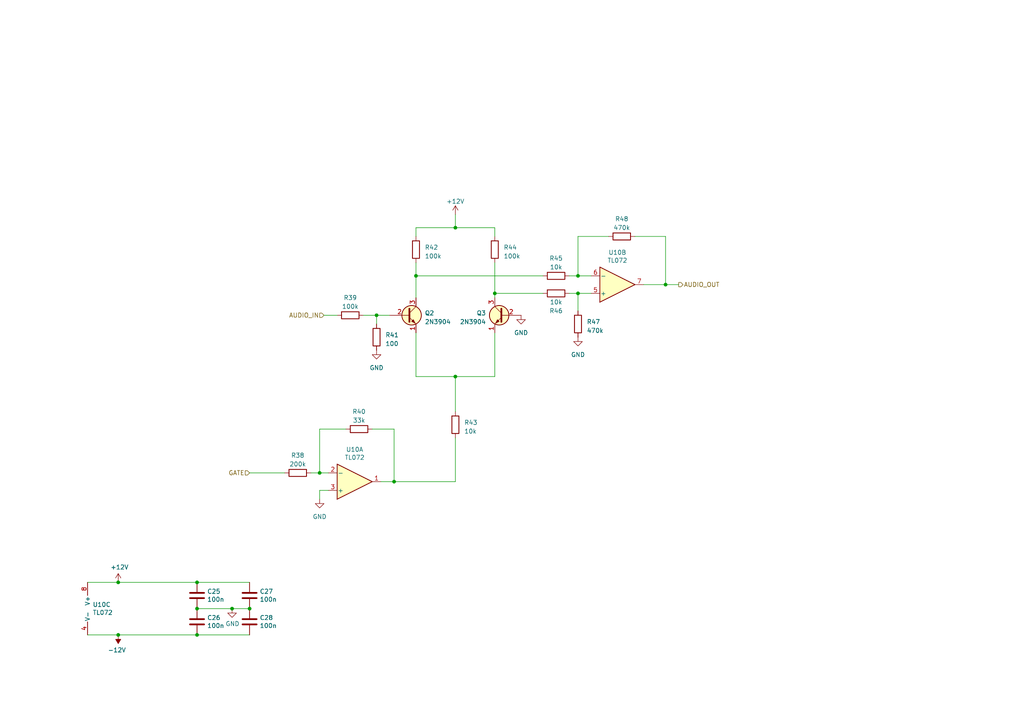
<source format=kicad_sch>
(kicad_sch (version 20230121) (generator eeschema)
  (paper "A4")
  (lib_symbols
    (symbol "+12V_1" (power) (pin_names (offset 0))
      (property "Value" "+12V_1" (at 0 3.556 0))
      (symbol "+12V_1_0_1"
        (polyline (pts (xy -0.762 1.27) (xy 0 2.54)))
        (polyline (pts (xy 0 0) (xy 0 2.54)))
        (polyline (pts (xy 0 2.54) (xy 0.762 1.27)))
      )
      (symbol "+12V_1_1_1"
        (pin power_in line (at 0 0 90) (length 0) hide (name "+12V") (number "1"))
      )
    )
    (symbol "Amplifier_Operational:TL072" (pin_names (offset 0.127))
      (property "Reference" "U" (at 0 5.08 0))
      (property "Value" "TL072" (at 0 -5.08 0))
      (symbol "TL072_1_1"
        (polyline (pts (xy -5.08 5.08) (xy 5.08 0) (xy -5.08 -5.08) (xy -5.08 5.08)) (stroke (width 0.254)) (fill (type background)))
        (pin output line (at 7.62 0 180) (length 2.54) (name "~") (number "1"))
        (pin input line (at -7.62 -2.54 0) (length 2.54) (name "-") (number "2"))
        (pin input line (at -7.62 2.54 0) (length 2.54) (name "+") (number "3"))
      )
      (symbol "TL072_2_1"
        (polyline (pts (xy -5.08 5.08) (xy 5.08 0) (xy -5.08 -5.08) (xy -5.08 5.08)) (stroke (width 0.254)) (fill (type background)))
        (pin input line (at -7.62 2.54 0) (length 2.54) (name "+") (number "5"))
        (pin input line (at -7.62 -2.54 0) (length 2.54) (name "-") (number "6"))
        (pin output line (at 7.62 0 180) (length 2.54) (name "~") (number "7"))
      )
      (symbol "TL072_3_1"
        (pin power_in line (at -2.54 -7.62 90) (length 3.81) (name "V-") (number "4"))
        (pin power_in line (at -2.54 7.62 270) (length 3.81) (name "V+") (number "8"))
      )
    )
    (symbol "Device:C" (pin_numbers hide) (pin_names (offset 0.254))
      (property "Reference" "C" (at 0.635 2.54 0))
      (property "Value" "C" (at 0.635 -2.54 0))
      (symbol "C_0_1"
        (polyline (pts (xy -2.032 -0.762) (xy 2.032 -0.762)) (stroke (width 0.508)))
        (polyline (pts (xy -2.032 0.762) (xy 2.032 0.762)) (stroke (width 0.508)))
      )
      (symbol "C_1_1"
        (pin passive line (at 0 3.81 270) (length 2.794) (name "~") (number "1"))
        (pin passive line (at 0 -3.81 90) (length 2.794) (name "~") (number "2"))
      )
    )
    (symbol "Device:R" (pin_numbers hide) (pin_names (offset 0))
      (property "Reference" "R" (at 2.032 0 90))
      (property "Value" "R" (at 0 0 90))
      (symbol "R_0_1"
        (rectangle (start -1.016 -2.54) (end 1.016 2.54) (stroke (width 0.254)))
      )
      (symbol "R_1_1"
        (pin passive line (at 0 3.81 270) (length 1.27) (name "~") (number "1"))
        (pin passive line (at 0 -3.81 90) (length 1.27) (name "~") (number "2"))
      )
    )
    (symbol "GND_1" (power) (pin_names (offset 0))
      (property "Value" "GND_1" (at 0 -3.81 0))
      (symbol "GND_1_0_1"
        (polyline (pts (xy 0 0) (xy 0 -1.27) (xy 1.27 -1.27) (xy 0 -2.54) (xy -1.27 -1.27) (xy 0 -1.27)))
      )
      (symbol "GND_1_1_1"
        (pin power_in line (at 0 0 270) (length 0) hide (name "GND") (number "1"))
      )
    )
    (symbol "GND_2" (power) (pin_names (offset 0))
      (property "Value" "GND_2" (at 0 -3.81 0))
      (symbol "GND_2_0_1"
        (polyline (pts (xy 0 0) (xy 0 -1.27) (xy 1.27 -1.27) (xy 0 -2.54) (xy -1.27 -1.27) (xy 0 -1.27)))
      )
      (symbol "GND_2_1_1"
        (pin power_in line (at 0 0 270) (length 0) hide (name "GND") (number "1"))
      )
    )
    (symbol "GND_3" (power) (pin_names (offset 0))
      (property "Value" "GND_3" (at 0 -3.81 0))
      (symbol "GND_3_0_1"
        (polyline (pts (xy 0 0) (xy 0 -1.27) (xy 1.27 -1.27) (xy 0 -2.54) (xy -1.27 -1.27) (xy 0 -1.27)))
      )
      (symbol "GND_3_1_1"
        (pin power_in line (at 0 0 270) (length 0) hide (name "GND") (number "1"))
      )
    )
    (symbol "GND_4" (power) (pin_names (offset 0))
      (property "Value" "GND_4" (at 0 -3.81 0))
      (symbol "GND_4_0_1"
        (polyline (pts (xy 0 0) (xy 0 -1.27) (xy 1.27 -1.27) (xy 0 -2.54) (xy -1.27 -1.27) (xy 0 -1.27)))
      )
      (symbol "GND_4_1_1"
        (pin power_in line (at 0 0 270) (length 0) hide (name "GND") (number "1"))
      )
    )
    (symbol "PCM_Transistor_BJT_AKL:2N3904" (pin_names hide)
      (property "Reference" "Q" (at 5.08 1.27 0))
      (property "Value" "2N3904" (at 5.08 -1.27 0))
      (symbol "2N3904_0_1"
        (polyline (pts (xy 0.635 0.635) (xy 2.54 2.54)))
        (polyline (pts (xy 0.635 -0.635) (xy 2.54 -2.54) (xy 2.54 -2.54)))
        (polyline (pts (xy 0.635 1.905) (xy 0.635 -1.905) (xy 0.635 -1.905)) (stroke (width 0.508)))
        (polyline (pts (xy 1.27 -1.778) (xy 1.778 -1.27) (xy 2.286 -2.286) (xy 1.27 -1.778) (xy 1.27 -1.778)) (fill (type outline)))
        (circle (center 1.27 0) (radius 2.8194) (stroke (width 0.254)) (fill (type background)))
      )
      (symbol "2N3904_1_1"
        (pin passive line (at 2.54 -5.08 90) (length 2.54) (name "E") (number "1"))
        (pin passive line (at -5.08 0 0) (length 5.715) (name "B") (number "2"))
        (pin passive line (at 2.54 5.08 270) (length 2.54) (name "C") (number "3"))
      )
    )
    (symbol "power:+12V" (power) (pin_names (offset 0))
      (property "Value" "+12V" (at 0 3.556 0))
      (symbol "+12V_0_1"
        (polyline (pts (xy -0.762 1.27) (xy 0 2.54)))
        (polyline (pts (xy 0 0) (xy 0 2.54)))
        (polyline (pts (xy 0 2.54) (xy 0.762 1.27)))
      )
      (symbol "+12V_1_1"
        (pin power_in line (at 0 0 90) (length 0) hide (name "+12V") (number "1"))
      )
    )
    (symbol "power:-12V" (power) (pin_names (offset 0))
      (property "Value" "-12V" (at 0 3.81 0))
      (symbol "-12V_0_0"
        (pin power_in line (at 0 0 90) (length 0) hide (name "-12V") (number "1"))
      )
      (symbol "-12V_0_1"
        (polyline (pts (xy 0 0) (xy 0 1.27) (xy 0.762 1.27) (xy 0 2.54) (xy -0.762 1.27) (xy 0 1.27)) (fill (type outline)))
      )
    )
    (symbol "power:GND" (power) (pin_names (offset 0))
      (property "Value" "GND" (at 0 -3.81 0))
      (symbol "GND_0_1"
        (polyline (pts (xy 0 0) (xy 0 -1.27) (xy 1.27 -1.27) (xy 0 -2.54) (xy -1.27 -1.27) (xy 0 -1.27)))
      )
      (symbol "GND_1_1"
        (pin power_in line (at 0 0 270) (length 0) hide (name "GND") (number "1"))
      )
    )
  )
  (junction (at 34.29 184.15))
  (junction (at 167.64 80.01))
  (junction (at 92.71 137.16))
  (junction (at 193.04 82.55))
  (junction (at 167.64 85.09))
  (junction (at 120.65 80.01))
  (junction (at 57.15 176.53))
  (junction (at 34.29 168.91))
  (junction (at 72.39 176.53))
  (junction (at 143.51 85.09))
  (junction (at 114.3 139.7))
  (junction (at 67.31 176.53))
  (junction (at 132.08 66.04))
  (junction (at 109.22 91.44))
  (junction (at 132.08 109.22))
  (junction (at 57.15 168.91))
  (junction (at 57.15 184.15))
  (wire (pts (xy 143.51 85.09) (xy 143.51 86.36)))
  (wire (pts (xy 113.03 91.44) (xy 109.22 91.44)))
  (wire (pts (xy 92.71 124.46) (xy 92.71 137.16)))
  (wire (pts (xy 34.29 168.91) (xy 57.15 168.91)))
  (wire (pts (xy 92.71 142.24) (xy 92.71 144.78)))
  (wire (pts (xy 120.65 80.01) (xy 157.48 80.01)))
  (wire (pts (xy 176.53 68.58) (xy 167.64 68.58)))
  (wire (pts (xy 107.95 124.46) (xy 114.3 124.46)))
  (wire (pts (xy 114.3 124.46) (xy 114.3 139.7)))
  (wire (pts (xy 57.15 184.15) (xy 72.39 184.15)))
  (wire (pts (xy 132.08 139.7) (xy 132.08 127)))
  (wire (pts (xy 167.64 68.58) (xy 167.64 80.01)))
  (wire (pts (xy 114.3 139.7) (xy 110.49 139.7)))
  (wire (pts (xy 120.65 68.58) (xy 120.65 66.04)))
  (wire (pts (xy 120.65 80.01) (xy 120.65 86.36)))
  (wire (pts (xy 57.15 176.53) (xy 67.31 176.53)))
  (wire (pts (xy 95.25 142.24) (xy 92.71 142.24)))
  (wire (pts (xy 143.51 96.52) (xy 143.51 109.22)))
  (wire (pts (xy 193.04 82.55) (xy 196.85 82.55)))
  (wire (pts (xy 184.15 68.58) (xy 193.04 68.58)))
  (wire (pts (xy 114.3 139.7) (xy 132.08 139.7)))
  (wire (pts (xy 120.65 109.22) (xy 132.08 109.22)))
  (wire (pts (xy 67.31 176.53) (xy 72.39 176.53)))
  (wire (pts (xy 193.04 82.55) (xy 186.69 82.55)))
  (wire (pts (xy 90.17 137.16) (xy 92.71 137.16)))
  (wire (pts (xy 105.41 91.44) (xy 109.22 91.44)))
  (wire (pts (xy 132.08 109.22) (xy 132.08 119.38)))
  (wire (pts (xy 100.33 124.46) (xy 92.71 124.46)))
  (wire (pts (xy 167.64 80.01) (xy 171.45 80.01)))
  (wire (pts (xy 132.08 66.04) (xy 143.51 66.04)))
  (wire (pts (xy 167.64 85.09) (xy 167.64 90.17)))
  (wire (pts (xy 93.98 91.44) (xy 97.79 91.44)))
  (wire (pts (xy 120.65 76.2) (xy 120.65 80.01)))
  (wire (pts (xy 109.22 91.44) (xy 109.22 93.98)))
  (wire (pts (xy 72.39 137.16) (xy 82.55 137.16)))
  (wire (pts (xy 167.64 85.09) (xy 171.45 85.09)))
  (wire (pts (xy 57.15 168.91) (xy 72.39 168.91)))
  (wire (pts (xy 25.4 184.15) (xy 34.29 184.15)))
  (wire (pts (xy 165.1 85.09) (xy 167.64 85.09)))
  (wire (pts (xy 120.65 96.52) (xy 120.65 109.22)))
  (wire (pts (xy 143.51 66.04) (xy 143.51 68.58)))
  (wire (pts (xy 92.71 137.16) (xy 95.25 137.16)))
  (wire (pts (xy 34.29 168.91) (xy 25.4 168.91)))
  (wire (pts (xy 143.51 109.22) (xy 132.08 109.22)))
  (wire (pts (xy 165.1 80.01) (xy 167.64 80.01)))
  (wire (pts (xy 193.04 68.58) (xy 193.04 82.55)))
  (wire (pts (xy 143.51 76.2) (xy 143.51 85.09)))
  (wire (pts (xy 34.29 184.15) (xy 57.15 184.15)))
  (wire (pts (xy 120.65 66.04) (xy 132.08 66.04)))
  (wire (pts (xy 132.08 62.23) (xy 132.08 66.04)))
  (wire (pts (xy 143.51 85.09) (xy 157.48 85.09)))
  (hierarchical_label "AUDIO_IN" (shape input) (at 93.98 91.44 180))
  (hierarchical_label "GATE" (shape input) (at 72.39 137.16 180))
  (hierarchical_label "AUDIO_OUT" (shape output) (at 196.85 82.55 0))
  (symbol (lib_id "Device:R") (at 132.08 123.19 180) (unit 1)
    (property "Reference" "R43" (at 134.62 122.555 0) (effects (justify right)))
    (property "Value" "10k" (at 134.62 125.095 0) (effects (justify right)))
  )
  (symbol (lib_name "+12V_1") (lib_id "power:+12V") (at 132.08 62.23 0) (unit 1)
    (property "Reference" "#PWR079" (effects hide))
    (property "Value" "+12V" (at 132.08 58.42 0))
  )
  (symbol (lib_id "Device:R") (at 167.64 93.98 180) (unit 1)
    (property "Reference" "R47" (at 170.18 93.345 0) (effects (justify right)))
    (property "Value" "470k" (at 170.18 95.885 0) (effects (justify right)))
  )
  (symbol (lib_id "Device:C") (at 72.39 180.34 0) (unit 1)
    (property "Reference" "C28" (at 75.311 179.1716 0) (effects (justify left)))
    (property "Value" "100n" (at 75.311 181.483 0) (effects (justify left)))
    (property "Footprint" "Capacitor_THT:C_Disc_D3.0mm_W2.0mm_P2.50mm" (effects hide))
    (instances (project "shmoergh-funk-live-control" (path "" (reference "C28") (unit 1))) (project "hog-f1-control" (path "" (reference "C?") (unit 1))))
  )
  (symbol (lib_id "Device:C") (at 72.39 172.72 0) (unit 1)
    (property "Reference" "C27" (at 75.311 171.5516 0) (effects (justify left)))
    (property "Value" "100n" (at 75.311 173.863 0) (effects (justify left)))
    (property "Footprint" "Capacitor_THT:C_Disc_D3.0mm_W2.0mm_P2.50mm" (effects hide))
    (instances (project "shmoergh-funk-live-control" (path "" (reference "C27") (unit 1))) (project "hog-f1-control" (path "" (reference "C?") (unit 1))))
  )
  (symbol (lib_name "GND_1") (lib_id "power:GND") (at 92.71 144.78 0) (unit 1)
    (property "Reference" "#PWR077" (effects hide))
    (property "Value" "GND" (at 92.71 149.86 0))
  )
  (symbol (lib_name "GND_3") (lib_id "power:GND") (at 167.64 97.79 0) (unit 1)
    (property "Reference" "#PWR081" (effects hide))
    (property "Value" "GND" (at 167.64 102.87 0))
  )
  (symbol (lib_id "power:GND") (at 67.31 176.53 0) (unit 1)
    (property "Reference" "#PWR076" (effects hide))
    (property "Value" "GND" (at 67.437 180.9242 0))
    (instances (project "shmoergh-funk-live-control" (path "" (reference "#PWR076") (unit 1))) (project "hog-f1-control" (path "" (reference "#PWR?") (unit 1))))
  )
  (symbol (lib_id "Amplifier_Operational:TL072") (at 102.87 139.7 0) (mirror x) (unit 1)
    (property "Reference" "U10" (at 102.87 130.3782 0))
    (property "Value" "TL072" (at 102.87 132.6896 0))
    (property "Footprint" "Package_DIP:DIP-8_W7.62mm" (effects hide))
    (property "Datasheet" "http://www.ti.com/lit/ds/symlink/tl071.pdf" (effects hide))
    (instances (project "shmoergh-funk-live-control" (path "" (reference "U10") (unit 1))) (project "hog-f1-control" (path "" (reference "U?") (unit 1))))
  )
  (symbol (lib_id "Amplifier_Operational:TL072") (at 27.94 176.53 0) (unit 3)
    (property "Reference" "U10" (at 26.8732 175.3616 0) (effects (justify left)))
    (property "Value" "TL072" (at 26.8732 177.673 0) (effects (justify left)))
    (property "Footprint" "Package_DIP:DIP-8_W7.62mm" (effects hide))
    (property "Datasheet" "http://www.ti.com/lit/ds/symlink/tl071.pdf" (effects hide))
    (instances (project "shmoergh-funk-live-control" (path "" (reference "U10") (unit 3))) (project "hog-f1-control" (path "" (reference "U?") (unit 3))))
  )
  (symbol (lib_id "Device:C") (at 57.15 172.72 0) (unit 1)
    (property "Reference" "C25" (at 60.071 171.5516 0) (effects (justify left)))
    (property "Value" "100n" (at 60.071 173.863 0) (effects (justify left)))
    (property "Footprint" "Capacitor_THT:C_Disc_D3.0mm_W2.0mm_P2.50mm" (effects hide))
    (instances (project "shmoergh-funk-live-control" (path "" (reference "C25") (unit 1))) (project "hog-f1-control" (path "" (reference "C?") (unit 1))))
  )
  (symbol (lib_name "GND_2") (lib_id "power:GND") (at 109.22 101.6 0) (unit 1)
    (property "Reference" "#PWR078" (effects hide))
    (property "Value" "GND" (at 109.22 106.68 0))
  )
  (symbol (lib_id "PCM_Transistor_BJT_AKL:2N3904") (at 118.11 91.44 0) (unit 1)
    (property "Reference" "Q2" (at 123.19 90.805 0) (effects (justify left)))
    (property "Value" "2N3904" (at 123.19 93.345 0) (effects (justify left)))
    (property "Footprint" "Package_TO_SOT_THT_AKL:TO-92_Inline_Wide_EBC" (effects hide))
    (property "Datasheet" "https://www.tme.eu/Document/12bff749841e3a356e683e9a8e7e4119/2N3904BU-DTE.pdf" (effects hide))
  )
  (symbol (lib_id "Device:R") (at 161.29 80.01 90) (unit 1)
    (property "Reference" "R45" (at 161.29 74.93 90))
    (property "Value" "10k" (at 161.29 77.47 90))
  )
  (symbol (lib_id "Device:R") (at 109.22 97.79 0) (unit 1)
    (property "Reference" "R41" (at 111.76 97.155 0) (effects (justify left)))
    (property "Value" "100" (at 111.76 99.695 0) (effects (justify left)))
  )
  (symbol (lib_id "Device:C") (at 57.15 180.34 0) (unit 1)
    (property "Reference" "C26" (at 60.071 179.1716 0) (effects (justify left)))
    (property "Value" "100n" (at 60.071 181.483 0) (effects (justify left)))
    (property "Footprint" "Capacitor_THT:C_Disc_D3.0mm_W2.0mm_P2.50mm" (effects hide))
    (instances (project "shmoergh-funk-live-control" (path "" (reference "C26") (unit 1))) (project "hog-f1-control" (path "" (reference "C?") (unit 1))))
  )
  (symbol (lib_id "Device:R") (at 143.51 72.39 180) (unit 1)
    (property "Reference" "R44" (at 146.05 71.755 0) (effects (justify right)))
    (property "Value" "100k" (at 146.05 74.295 0) (effects (justify right)))
  )
  (symbol (lib_id "Device:R") (at 120.65 72.39 180) (unit 1)
    (property "Reference" "R42" (at 123.19 71.755 0) (effects (justify right)))
    (property "Value" "100k" (at 123.19 74.295 0) (effects (justify right)))
  )
  (symbol (lib_id "Amplifier_Operational:TL072") (at 179.07 82.55 0) (mirror x) (unit 2)
    (property "Reference" "U10" (at 179.07 73.2282 0))
    (property "Value" "TL072" (at 179.07 75.5396 0))
    (property "Footprint" "Package_DIP:DIP-8_W7.62mm" (effects hide))
    (property "Datasheet" "http://www.ti.com/lit/ds/symlink/tl071.pdf" (effects hide))
    (instances (project "shmoergh-funk-live-control" (path "" (reference "U10") (unit 2))) (project "hog-f1-control" (path "" (reference "U?") (unit 2))))
  )
  (symbol (lib_id "power:-12V") (at 34.29 184.15 180) (unit 1)
    (property "Reference" "#PWR075" (effects hide))
    (property "Value" "-12V" (at 33.909 188.5442 0))
    (instances (project "shmoergh-funk-live-control" (path "" (reference "#PWR075") (unit 1))) (project "hog-f1-control" (path "" (reference "#PWR?") (unit 1))))
  )
  (symbol (lib_id "Device:R") (at 180.34 68.58 90) (unit 1)
    (property "Reference" "R48" (at 180.34 63.5 90))
    (property "Value" "470k" (at 180.34 66.04 90))
  )
  (symbol (lib_id "Device:R") (at 86.36 137.16 90) (unit 1)
    (property "Reference" "R38" (at 86.36 132.08 90))
    (property "Value" "200k" (at 86.36 134.62 90))
  )
  (symbol (lib_id "Device:R") (at 101.6 91.44 90) (unit 1)
    (property "Reference" "R39" (at 101.6 86.36 90))
    (property "Value" "100k" (at 101.6 88.9 90))
  )
  (symbol (lib_id "Device:R") (at 161.29 85.09 90) (unit 1)
    (property "Reference" "R46" (at 161.29 90.17 90))
    (property "Value" "10k" (at 161.29 87.63 90))
  )
  (symbol (lib_name "GND_4") (lib_id "power:GND") (at 151.13 91.44 0) (unit 1)
    (property "Reference" "#PWR080" (effects hide))
    (property "Value" "GND" (at 151.13 96.52 0))
  )
  (symbol (lib_id "Device:R") (at 104.14 124.46 90) (unit 1)
    (property "Reference" "R40" (at 104.14 119.38 90))
    (property "Value" "33k" (at 104.14 121.92 90))
  )
  (symbol (lib_id "power:+12V") (at 34.29 168.91 0) (unit 1)
    (property "Reference" "#PWR074" (effects hide))
    (property "Value" "+12V" (at 34.671 164.5158 0))
    (instances (project "shmoergh-funk-live-control" (path "" (reference "#PWR074") (unit 1))) (project "hog-f1-control" (path "" (reference "#PWR?") (unit 1))))
  )
  (symbol (lib_id "PCM_Transistor_BJT_AKL:2N3904") (at 146.05 91.44 0) (mirror y) (unit 1)
    (property "Reference" "Q3" (at 140.97 90.805 0) (effects (justify left)))
    (property "Value" "2N3904" (at 140.97 93.345 0) (effects (justify left)))
    (property "Footprint" "Package_TO_SOT_THT_AKL:TO-92_Inline_Wide_EBC" (effects hide))
    (property "Datasheet" "https://www.tme.eu/Document/12bff749841e3a356e683e9a8e7e4119/2N3904BU-DTE.pdf" (effects hide))
  )
)
</source>
